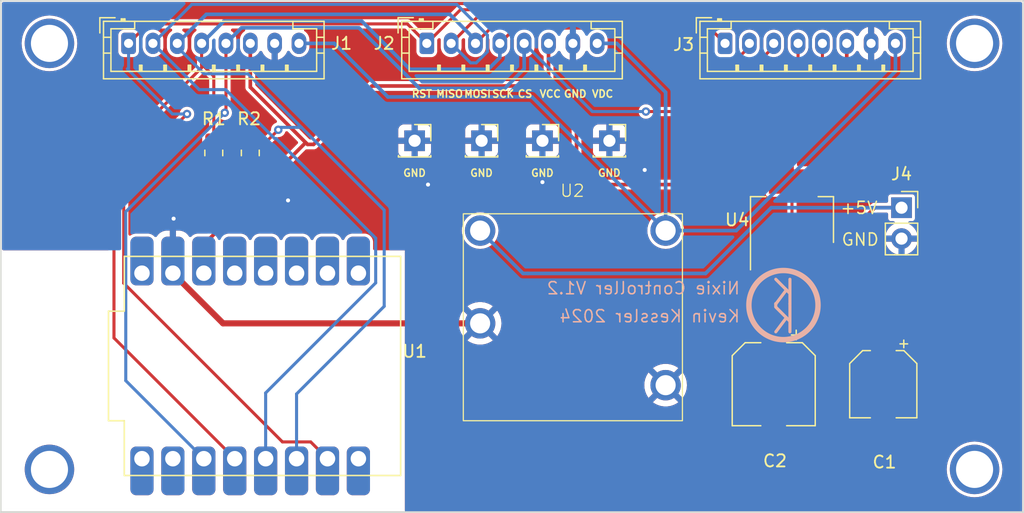
<source format=kicad_pcb>
(kicad_pcb (version 20221018) (generator pcbnew)
  (layers (0 "F.Cu" signal) (31 "B.Cu" signal) (34 "B.Paste" user) (35 "F.Paste" user) (36 "B.SilkS" user "B.Silkscreen") (37 "F.SilkS" user "F.Silkscreen") (38 "B.Mask" user) (39 "F.Mask" user) (44 "Edge.Cuts" user))
  (net 0 "")
  (net 1 "+5V")
  (net 2 "VCC")
  (net 3 "/RESET")
  (net 4 "/MISO")
  (net 5 "/MOSI")
  (net 6 "/SCK")
  (net 7 "/CS")
  (net 8 "+VDC")
  (net 9 "GND")
  (footprint "Connector_JST:JST_PH_B8B-PH-K_1x08_P2.00mm_Vertical" (layer "F.Cu") (at 122 65.5)
    (fp_text reference "J2" (at -3.5 0) (layer "F.SilkS"))
    (fp_text value "CONN_2")
    (fp_line (start -2.36 -2.11) (end -2.36 -0.86) (stroke (width 0.12)) (layer "F.SilkS"))
    (fp_line (start -2.06 -1.81) (end -2.06 2.91) (stroke (width 0.12)) (layer "F.SilkS"))
    (fp_line (start -2.06 -0.5) (end -1.45 -0.5) (stroke (width 0.12)) (layer "F.SilkS"))
    (fp_line (start -2.06 0.8) (end -1.45 0.8) (stroke (width 0.12)) (layer "F.SilkS"))
    (fp_line (start -2.06 2.91) (end 16.06 2.91) (stroke (width 0.12)) (layer "F.SilkS"))
    (fp_line (start -1.45 -1.2) (end -1.45 2.3) (stroke (width 0.12)) (layer "F.SilkS"))
    (fp_line (start -1.45 2.3) (end 15.45 2.3) (stroke (width 0.12)) (layer "F.SilkS"))
    (fp_line (start -1.11 -2.11) (end -2.36 -2.11) (stroke (width 0.12)) (layer "F.SilkS"))
    (fp_line (start -0.6 -2.01) (end -0.6 -1.81) (stroke (width 0.12)) (layer "F.SilkS"))
    (fp_line (start -0.3 -2.01) (end -0.6 -2.01) (stroke (width 0.12)) (layer "F.SilkS"))
    (fp_line (start -0.3 -1.91) (end -0.6 -1.91) (stroke (width 0.12)) (layer "F.SilkS"))
    (fp_line (start -0.3 -1.81) (end -0.3 -2.01) (stroke (width 0.12)) (layer "F.SilkS"))
    (fp_line (start 0.5 -1.81) (end 0.5 -1.2) (stroke (width 0.12)) (layer "F.SilkS"))
    (fp_line (start 0.5 -1.2) (end -1.45 -1.2) (stroke (width 0.12)) (layer "F.SilkS"))
    (fp_line (start 0.9 1.8) (end 1.1 1.8) (stroke (width 0.12)) (layer "F.SilkS"))
    (fp_line (start 0.9 2.3) (end 0.9 1.8) (stroke (width 0.12)) (layer "F.SilkS"))
    (fp_line (start 1 2.3) (end 1 1.8) (stroke (width 0.12)) (layer "F.SilkS"))
    (fp_line (start 1.1 1.8) (end 1.1 2.3) (stroke (width 0.12)) (layer "F.SilkS"))
    (fp_line (start 2.9 1.8) (end 3.1 1.8) (stroke (width 0.12)) (layer "F.SilkS"))
    (fp_line (start 2.9 2.3) (end 2.9 1.8) (stroke (width 0.12)) (layer "F.SilkS"))
    (fp_line (start 3 2.3) (end 3 1.8) (stroke (width 0.12)) (layer "F.SilkS"))
    (fp_line (start 3.1 1.8) (end 3.1 2.3) (stroke (width 0.12)) (layer "F.SilkS"))
    (fp_line (start 4.9 1.8) (end 5.1 1.8) (stroke (width 0.12)) (layer "F.SilkS"))
    (fp_line (start 4.9 2.3) (end 4.9 1.8) (stroke (width 0.12)) (layer "F.SilkS"))
    (fp_line (start 5 2.3) (end 5 1.8) (stroke (width 0.12)) (layer "F.SilkS"))
    (fp_line (start 5.1 1.8) (end 5.1 2.3) (stroke (width 0.12)) (layer "F.SilkS"))
    (fp_line (start 6.9 1.8) (end 7.1 1.8) (stroke (width 0.12)) (layer "F.SilkS"))
    (fp_line (start 6.9 2.3) (end 6.9 1.8) (stroke (width 0.12)) (layer "F.SilkS"))
    (fp_line (start 7 2.3) (end 7 1.8) (stroke (width 0.12)) (layer "F.SilkS"))
    (fp_line (start 7.1 1.8) (end 7.1 2.3) (stroke (width 0.12)) (layer "F.SilkS"))
    (fp_line (start 8.9 1.8) (end 9.1 1.8) (stroke (width 0.12)) (layer "F.SilkS"))
    (fp_line (start 8.9 2.3) (end 8.9 1.8) (stroke (width 0.12)) (layer "F.SilkS"))
    (fp_line (start 9 2.3) (end 9 1.8) (stroke (width 0.12)) (layer "F.SilkS"))
    (fp_line (start 9.1 1.8) (end 9.1 2.3) (stroke (width 0.12)) (layer "F.SilkS"))
    (fp_line (start 10.9 1.8) (end 11.1 1.8) (stroke (width 0.12)) (layer "F.SilkS"))
    (fp_line (start 10.9 2.3) (end 10.9 1.8) (stroke (width 0.12)) (layer "F.SilkS"))
    (fp_line (start 11 2.3) (end 11 1.8) (stroke (width 0.12)) (layer "F.SilkS"))
    (fp_line (start 11.1 1.8) (end 11.1 2.3) (stroke (width 0.12)) (layer "F.SilkS"))
    (fp_line (start 12.9 1.8) (end 13.1 1.8) (stroke (width 0.12)) (layer "F.SilkS"))
    (fp_line (start 12.9 2.3) (end 12.9 1.8) (stroke (width 0.12)) (layer "F.SilkS"))
    (fp_line (start 13 2.3) (end 13 1.8) (stroke (width 0.12)) (layer "F.SilkS"))
    (fp_line (start 13.1 1.8) (end 13.1 2.3) (stroke (width 0.12)) (layer "F.SilkS"))
    (fp_line (start 13.5 -1.2) (end 13.5 -1.81) (stroke (width 0.12)) (layer "F.SilkS"))
    (fp_line (start 15.45 -1.2) (end 13.5 -1.2) (stroke (width 0.12)) (layer "F.SilkS"))
    (fp_line (start 15.45 2.3) (end 15.45 -1.2) (stroke (width 0.12)) (layer "F.SilkS"))
    (fp_line (start 16.06 -1.81) (end -2.06 -1.81) (stroke (width 0.12)) (layer "F.SilkS"))
    (fp_line (start 16.06 -0.5) (end 15.45 -0.5) (stroke (width 0.12)) (layer "F.SilkS"))
    (fp_line (start 16.06 0.8) (end 15.45 0.8) (stroke (width 0.12)) (layer "F.SilkS"))
    (fp_line (start 16.06 2.91) (end 16.06 -1.81) (stroke (width 0.12)) (layer "F.SilkS"))
    (pad "1" thru_hole roundrect (at 0 0) (size 1.2 1.75) (drill 0.75) (layers "*.Cu" "*.Mask") (roundrect_rratio 0.2083333333) (net 3 "/RESET"))
    (pad "2" thru_hole oval (at 2 0) (size 1.2 1.75) (drill 0.75) (layers "*.Cu" "*.Mask") (net 4 "/MISO"))
    (pad "3" thru_hole oval (at 4 0) (size 1.2 1.75) (drill 0.75) (layers "*.Cu" "*.Mask") (net 5 "/MOSI"))
    (pad "4" thru_hole oval (at 6 0) (size 1.2 1.75) (drill 0.75) (layers "*.Cu" "*.Mask") (net 6 "/SCK"))
    (pad "5" thru_hole oval (at 8 0) (size 1.2 1.75) (drill 0.75) (layers "*.Cu" "*.Mask") (net 7 "/CS"))
    (pad "6" thru_hole oval (at 10 0) (size 1.2 1.75) (drill 0.75) (layers "*.Cu" "*.Mask") (net 2 "VCC"))
    (pad "7" thru_hole oval (at 12 0) (size 1.2 1.75) (drill 0.75) (layers "*.Cu" "*.Mask") (net 9 "GND"))
    (pad "8" thru_hole oval (at 14 0) (size 1.2 1.75) (drill 0.75) (layers "*.Cu" "*.Mask") (net 8 "+VDC"))
  )
  (footprint "KevinsFootprints:MODULE_ESP32-C3_SUPERMINI" (layer "F.Cu") (at 108.5 92 90)
    (fp_text reference "U1" (at 1.2 12.5 180) (layer "F.SilkS"))
    (fp_text value "ESP32-C3_SUPERMINI")
    (fp_line (start -9 11.35) (end -9 -11.35) (stroke (width 0.127)) (layer "F.SilkS"))
    (fp_line (start -4.5 -12.65) (end -4.5 -11.35) (stroke (width 0.127)) (layer "F.SilkS"))
    (fp_line (start -4.5 -11.35) (end -9 -11.35) (stroke (width 0.127)) (layer "F.SilkS"))
    (fp_line (start 4.5 -12.65) (end -4.5 -12.65) (stroke (width 0.127)) (layer "F.SilkS"))
    (fp_line (start 4.5 -12.65) (end 4.5 -11.35) (stroke (width 0.127)) (layer "F.SilkS"))
    (fp_line (start 9 -11.35) (end 4.5 -11.35) (stroke (width 0.127)) (layer "F.SilkS"))
    (fp_line (start 9 11.35) (end -9 11.35) (stroke (width 0.127)) (layer "F.SilkS"))
    (fp_line (start 9 11.35) (end 9 -11.35) (stroke (width 0.127)) (layer "F.SilkS"))
    (pad "0" thru_hole roundrect (at 7.62 7.88 90) (size 4 1.905) (drill 1.27 (offset 1 0)) (layers "*.Cu" "*.Mask"))
    (pad "1" thru_hole roundrect (at 7.62 5.34 90) (size 4 1.905) (drill 1.27 (offset 1 0)) (layers "*.Cu" "*.Mask"))
    (pad "2" thru_hole roundrect (at 7.62 2.8 90) (size 4 1.905) (drill 1.27 (offset 1 0)) (layers "*.Cu" "*.Mask"))
    (pad "3" thru_hole roundrect (at 7.62 0.26 90) (size 4 1.905) (drill 1.27 (offset 1 0)) (layers "*.Cu" "*.Mask"))
    (pad "3.3" thru_hole roundrect (at 7.62 -4.82 90) (size 4 1.905) (drill 1.27 (offset 1 0)) (layers "*.Cu" "*.Mask") (net 2 "VCC"))
    (pad "4" thru_hole roundrect (at 7.62 -2.28 90) (size 4 1.905) (drill 1.27 (offset 1 0)) (layers "*.Cu" "*.Mask"))
    (pad "5" thru_hole roundrect (at -7.62 -9.9 90) (size 4 1.905) (drill 1.27 (offset -1 0)) (layers "*.Cu" "*.Mask"))
    (pad "5V" thru_hole roundrect (at 7.62 -9.9 90) (size 4 1.905) (drill 1.27 (offset 1 0)) (layers "*.Cu" "*.Mask"))
    (pad "6" thru_hole roundrect (at -7.62 -7.36 90) (size 4 1.905) (drill 1.27 (offset -1 0)) (layers "*.Cu" "*.Mask"))
    (pad "7" thru_hole roundrect (at -7.62 -4.82 90) (size 4 1.905) (drill 1.27 (offset -1 0)) (layers "*.Cu" "*.Mask") (net 7 "/CS"))
    (pad "8" thru_hole roundrect (at -7.62 -2.28 90) (size 4 1.905) (drill 1.27 (offset -1 0)) (layers "*.Cu" "*.Mask") (net 6 "/SCK"))
    (pad "9" thru_hole roundrect (at -7.62 0.26 90) (size 4 1.905) (drill 1.27 (offset -1 0)) (layers "*.Cu" "*.Mask") (net 4 "/MISO"))
    (pad "10" thru_hole roundrect (at -7.62 2.8 90) (size 4 1.905) (drill 1.27 (offset -1 0)) (layers "*.Cu" "*.Mask") (net 5 "/MOSI"))
    (pad "20" thru_hole roundrect (at -7.62 5.34 90) (size 4 1.905) (drill 1.27 (offset -1 0)) (layers "*.Cu" "*.Mask") (net 3 "/RESET"))
    (pad "21" thru_hole roundrect (at -7.62 7.88 90) (size 4 1.905) (drill 1.27 (offset -1 0)) (layers "*.Cu" "*.Mask"))
    (pad "G" thru_hole roundrect (at 7.62 -7.36 90) (size 4 1.905) (drill 1.27 (offset 1 0)) (layers "*.Cu" "*.Mask") (net 9 "GND"))
  )
  (footprint "Connector_PinSocket_2.54mm:PinSocket_1x01_P2.54mm_Vertical" (layer "F.Cu") (at 137 73.5)
    (fp_text reference "J6" hide)
    (fp_text value "Conn_01x01_Pin")
    (fp_line (start -1.33 1.21) (end -1.33 1.33) (stroke (width 0.12)) (layer "F.SilkS"))
    (fp_line (start -1.33 1.33) (end 1.33 1.33) (stroke (width 0.12)) (layer "F.SilkS"))
    (fp_line (start 0 -1.33) (end 1.33 -1.33) (stroke (width 0.12)) (layer "F.SilkS"))
    (fp_line (start 1.33 -1.33) (end 1.33 0) (stroke (width 0.12)) (layer "F.SilkS"))
    (fp_line (start 1.33 1.21) (end 1.33 1.33) (stroke (width 0.12)) (layer "F.SilkS"))
    (pad "1" thru_hole rect (at 0 0) (size 1.7 1.7) (drill 1) (layers "*.Cu" "*.Mask") (net 9 "GND"))
  )
  (footprint "KevinsFootprints:TH-M3" (layer "F.Cu") (at 167 100.5)
    (fp_text reference "MP4" hide)
    (fp_text value "MOUNTHOLE" hide)
    (pad "" np_thru_hole circle (at 0 0) (size 4.064 4.064) (drill 3.048) (layers "*.Cu" "*.Mask"))
  )
  (footprint "Connector_PinSocket_2.54mm:PinSocket_1x01_P2.54mm_Vertical" (layer "F.Cu") (at 121 73.5)
    (fp_text reference "J5" hide)
    (fp_text value "Conn_01x01_Pin")
    (fp_line (start -1.33 1.21) (end -1.33 1.33) (stroke (width 0.12)) (layer "F.SilkS"))
    (fp_line (start -1.33 1.33) (end 1.33 1.33) (stroke (width 0.12)) (layer "F.SilkS"))
    (fp_line (start 0 -1.33) (end 1.33 -1.33) (stroke (width 0.12)) (layer "F.SilkS"))
    (fp_line (start 1.33 -1.33) (end 1.33 0) (stroke (width 0.12)) (layer "F.SilkS"))
    (fp_line (start 1.33 1.21) (end 1.33 1.33) (stroke (width 0.12)) (layer "F.SilkS"))
    (pad "1" thru_hole rect (at 0 0) (size 1.7 1.7) (drill 1) (layers "*.Cu" "*.Mask") (net 9 "GND"))
  )
  (footprint "Package_TO_SOT_SMD:SOT-223-3_TabPin2" (layer "F.Cu") (at 152 80 90)
    (fp_text reference "U4" (at 0 -4.5 180) (layer "F.SilkS"))
    (fp_text value "AMS1117-3.3")
    (fp_line (start -4.1 -3.41) (end 1.91 -3.41) (stroke (width 0.12)) (layer "F.SilkS"))
    (fp_line (start -1.85 3.41) (end 1.91 3.41) (stroke (width 0.12)) (layer "F.SilkS"))
    (fp_line (start 1.91 -3.41) (end 1.91 -2.15) (stroke (width 0.12)) (layer "F.SilkS"))
    (fp_line (start 1.91 3.41) (end 1.91 2.15) (stroke (width 0.12)) (layer "F.SilkS"))
    (pad "1" smd rect (at -3.15 -2.3 90) (size 2 1.5) (layers "F.Cu" "F.Paste" "F.Mask") (net 9 "GND"))
    (pad "2" smd rect (at -3.15 0 90) (size 2 1.5) (layers "F.Cu" "F.Paste" "F.Mask") (net 2 "VCC"))
    (pad "2" smd rect (at 3.15 0 90) (size 2 3.8) (layers "F.Cu" "F.Paste" "F.Mask") (net 2 "VCC"))
    (pad "3" smd rect (at -3.15 2.3 90) (size 2 1.5) (layers "F.Cu" "F.Paste" "F.Mask") (net 1 "+5V"))
  )
  (footprint "KevinsFootprints:TH-M3" (layer "F.Cu") (at 167 65.5)
    (fp_text reference "MP2" hide)
    (fp_text value "MOUNTHOLE" hide)
    (pad "" np_thru_hole circle (at 0 0) (size 4.064 4.064) (drill 3.048) (layers "*.Cu" "*.Mask"))
  )
  (footprint "Resistor_SMD:R_0805_2012Metric_Pad1.20x1.40mm_HandSolder" (layer "F.Cu") (at 104.5 74.5 90)
    (fp_text reference "R1" (at 2.8 0 180) (layer "F.SilkS"))
    (fp_text value "4.7K")
    (fp_line (start -0.227064 -0.735) (end 0.227064 -0.735) (stroke (width 0.12)) (layer "F.SilkS"))
    (fp_line (start -0.227064 0.735) (end 0.227064 0.735) (stroke (width 0.12)) (layer "F.SilkS"))
    (pad "1" smd roundrect (at -1 0 90) (size 1.2 1.4) (layers "F.Cu" "F.Paste" "F.Mask") (roundrect_rratio 0.2083333333) (net 2 "VCC"))
    (pad "2" smd roundrect (at 1 0 90) (size 1.2 1.4) (layers "F.Cu" "F.Paste" "F.Mask") (roundrect_rratio 0.2083333333) (net 6 "/SCK"))
  )
  (footprint "Capacitor_SMD:CP_Elec_5x5.3" (layer "F.Cu") (at 159.5 93.5 -90)
    (fp_text reference "C1" (at 6.4 -0.1 -180) (layer "F.SilkS"))
    (fp_text value "10u")
    (fp_line (start -3.625 -1.685) (end -3 -1.685) (stroke (width 0.12)) (layer "F.SilkS"))
    (fp_line (start -3.3125 -1.9975) (end -3.3125 -1.3725) (stroke (width 0.12)) (layer "F.SilkS"))
    (fp_line (start -2.76 -1.695563) (end -2.76 -1.06) (stroke (width 0.12)) (layer "F.SilkS"))
    (fp_line (start -2.76 -1.695563) (end -1.695563 -2.76) (stroke (width 0.12)) (layer "F.SilkS"))
    (fp_line (start -2.76 1.695563) (end -2.76 1.06) (stroke (width 0.12)) (layer "F.SilkS"))
    (fp_line (start -2.76 1.695563) (end -1.695563 2.76) (stroke (width 0.12)) (layer "F.SilkS"))
    (fp_line (start -1.695563 -2.76) (end 2.76 -2.76) (stroke (width 0.12)) (layer "F.SilkS"))
    (fp_line (start -1.695563 2.76) (end 2.76 2.76) (stroke (width 0.12)) (layer "F.SilkS"))
    (fp_line (start 2.76 -2.76) (end 2.76 -1.06) (stroke (width 0.12)) (layer "F.SilkS"))
    (fp_line (start 2.76 2.76) (end 2.76 1.06) (stroke (width 0.12)) (layer "F.SilkS"))
    (pad "1" smd roundrect (at -2.2 0 270) (size 3 1.6) (layers "F.Cu" "F.Paste" "F.Mask") (roundrect_rratio 0.15625) (net 1 "+5V"))
    (pad "2" smd roundrect (at 2.2 0 270) (size 3 1.6) (layers "F.Cu" "F.Paste" "F.Mask") (roundrect_rratio 0.15625) (net 9 "GND"))
  )
  (footprint "Connector_JST:JST_PH_B8B-PH-K_1x08_P2.00mm_Vertical" (layer "F.Cu") (at 97.5 65.5)
    (fp_text reference "J1" (at 17.5 0) (layer "F.SilkS"))
    (fp_text value "CONN_1")
    (fp_line (start -2.36 -2.11) (end -2.36 -0.86) (stroke (width 0.12)) (layer "F.SilkS"))
    (fp_line (start -2.06 -1.81) (end -2.06 2.91) (stroke (width 0.12)) (layer "F.SilkS"))
    (fp_line (start -2.06 -0.5) (end -1.45 -0.5) (stroke (width 0.12)) (layer "F.SilkS"))
    (fp_line (start -2.06 0.8) (end -1.45 0.8) (stroke (width 0.12)) (layer "F.SilkS"))
    (fp_line (start -2.06 2.91) (end 16.06 2.91) (stroke (width 0.12)) (layer "F.SilkS"))
    (fp_line (start -1.45 -1.2) (end -1.45 2.3) (stroke (width 0.12)) (layer "F.SilkS"))
    (fp_line (start -1.45 2.3) (end 15.45 2.3) (stroke (width 0.12)) (layer "F.SilkS"))
    (fp_line (start -1.11 -2.11) (end -2.36 -2.11) (stroke (width 0.12)) (layer "F.SilkS"))
    (fp_line (start -0.6 -2.01) (end -0.6 -1.81) (stroke (width 0.12)) (layer "F.SilkS"))
    (fp_line (start -0.3 -2.01) (end -0.6 -2.01) (stroke (width 0.12)) (layer "F.SilkS"))
    (fp_line (start -0.3 -1.91) (end -0.6 -1.91) (stroke (width 0.12)) (layer "F.SilkS"))
    (fp_line (start -0.3 -1.81) (end -0.3 -2.01) (stroke (width 0.12)) (layer "F.SilkS"))
    (fp_line (start 0.5 -1.81) (end 0.5 -1.2) (stroke (width 0.12)) (layer "F.SilkS"))
    (fp_line (start 0.5 -1.2) (end -1.45 -1.2) (stroke (width 0.12)) (layer "F.SilkS"))
    (fp_line (start 0.9 1.8) (end 1.1 1.8) (stroke (width 0.12)) (layer "F.SilkS"))
    (fp_line (start 0.9 2.3) (end 0.9 1.8) (stroke (width 0.12)) (layer "F.SilkS"))
    (fp_line (start 1 2.3) (end 1 1.8) (stroke (width 0.12)) (layer "F.SilkS"))
    (fp_line (start 1.1 1.8) (end 1.1 2.3) (stroke (width 0.12)) (layer "F.SilkS"))
    (fp_line (start 2.9 1.8) (end 3.1 1.8) (stroke (width 0.12)) (layer "F.SilkS"))
    (fp_line (start 2.9 2.3) (end 2.9 1.8) (stroke (width 0.12)) (layer "F.SilkS"))
    (fp_line (start 3 2.3) (end 3 1.8) (stroke (width 0.12)) (layer "F.SilkS"))
    (fp_line (start 3.1 1.8) (end 3.1 2.3) (stroke (width 0.12)) (layer "F.SilkS"))
    (fp_line (start 4.9 1.8) (end 5.1 1.8) (stroke (width 0.12)) (layer "F.SilkS"))
    (fp_line (start 4.9 2.3) (end 4.9 1.8) (stroke (width 0.12)) (layer "F.SilkS"))
    (fp_line (start 5 2.3) (end 5 1.8) (stroke (width 0.12)) (layer "F.SilkS"))
    (fp_line (start 5.1 1.8) (end 5.1 2.3) (stroke (width 0.12)) (layer "F.SilkS"))
    (fp_line (start 6.9 1.8) (end 7.1 1.8) (stroke (width 0.12)) (layer "F.SilkS"))
    (fp_line (start 6.9 2.3) (end 6.9 1.8) (stroke (width 0.12)) (layer "F.SilkS"))
    (fp_line (start 7 2.3) (end 7 1.8) (stroke (width 0.12)) (layer "F.SilkS"))
    (fp_line (start 7.1 1.8) (end 7.1 2.3) (stroke (width 0.12)) (layer "F.SilkS"))
    (fp_line (start 8.9 1.8) (end 9.1 1.8) (stroke (width 0.12)) (layer "F.SilkS"))
    (fp_line (start 8.9 2.3) (end 8.9 1.8) (stroke (width 0.12)) (layer "F.SilkS"))
    (fp_line (start 9 2.3) (end 9 1.8) (stroke (width 0.12)) (layer "F.SilkS"))
    (fp_line (start 9.1 1.8) (end 9.1 2.3) (stroke (width 0.12)) (layer "F.SilkS"))
    (fp_line (start 10.9 1.8) (end 11.1 1.8) (stroke (width 0.12)) (layer "F.SilkS"))
    (fp_line (start 10.9 2.3) (end 10.9 1.8) (stroke (width 0.12)) (layer "F.SilkS"))
    (fp_line (start 11 2.3) (end 11 1.8) (stroke (width 0.12)) (layer "F.SilkS"))
    (fp_line (start 11.1 1.8) (end 11.1 2.3) (stroke (width 0.12)) (layer "F.SilkS"))
    (fp_line (start 12.9 1.8) (end 13.1 1.8) (stroke (width 0.12)) (layer "F.SilkS"))
    (fp_line (start 12.9 2.3) (end 12.9 1.8) (stroke (width 0.12)) (layer "F.SilkS"))
    (fp_line (start 13 2.3) (end 13 1.8) (stroke (width 0.12)) (layer "F.SilkS"))
    (fp_line (start 13.1 1.8) (end 13.1 2.3) (stroke (width 0.12)) (layer "F.SilkS"))
    (fp_line (start 13.5 -1.2) (end 13.5 -1.81) (stroke (width 0.12)) (layer "F.SilkS"))
    (fp_line (start 15.45 -1.2) (end 13.5 -1.2) (stroke (width 0.12)) (layer "F.SilkS"))
    (fp_line (start 15.45 2.3) (end 15.45 -1.2) (stroke (width 0.12)) (layer "F.SilkS"))
    (fp_line (start 16.06 -1.81) (end -2.06 -1.81) (stroke (width 0.12)) (layer "F.SilkS"))
    (fp_line (start 16.06 -0.5) (end 15.45 -0.5) (stroke (width 0.12)) (layer "F.SilkS"))
    (fp_line (start 16.06 0.8) (end 15.45 0.8) (stroke (width 0.12)) (layer "F.SilkS"))
    (fp_line (start 16.06 2.91) (end 16.06 -1.81) (stroke (width 0.12)) (layer "F.SilkS"))
    (pad "1" thru_hole roundrect (at 0 0) (size 1.2 1.75) (drill 0.75) (layers "*.Cu" "*.Mask") (roundrect_rratio 0.2083333333) (net 3 "/RESET"))
    (pad "2" thru_hole oval (at 2 0) (size 1.2 1.75) (drill 0.75) (layers "*.Cu" "*.Mask") (net 4 "/MISO"))
    (pad "3" thru_hole oval (at 4 0) (size 1.2 1.75) (drill 0.75) (layers "*.Cu" "*.Mask") (net 5 "/MOSI"))
    (pad "4" thru_hole oval (at 6 0) (size 1.2 1.75) (drill 0.75) (layers "*.Cu" "*.Mask") (net 6 "/SCK"))
    (pad "5" thru_hole oval (at 8 0) (size 1.2 1.75) (drill 0.75) (layers "*.Cu" "*.Mask") (net 7 "/CS"))
    (pad "6" thru_hole oval (at 10 0) (size 1.2 1.75) (drill 0.75) (layers "*.Cu" "*.Mask") (net 2 "VCC"))
    (pad "7" thru_hole oval (at 12 0) (size 1.2 1.75) (drill 0.75) (layers "*.Cu" "*.Mask") (net 9 "GND"))
    (pad "8" thru_hole oval (at 14 0) (size 1.2 1.75) (drill 0.75) (layers "*.Cu" "*.Mask") (net 8 "+VDC"))
  )
  (footprint "Connector_PinSocket_2.54mm:PinSocket_1x02_P2.54mm_Vertical" (layer "F.Cu") (at 161 79)
    (fp_text reference "J4" (at 0 -2.77) (layer "F.SilkS"))
    (fp_text value "PWR")
    (fp_line (start -1.33 1.27) (end -1.33 3.87) (stroke (width 0.12)) (layer "F.SilkS"))
    (fp_line (start -1.33 1.27) (end 1.33 1.27) (stroke (width 0.12)) (layer "F.SilkS"))
    (fp_line (start -1.33 3.87) (end 1.33 3.87) (stroke (width 0.12)) (layer "F.SilkS"))
    (fp_line (start 0 -1.33) (end 1.33 -1.33) (stroke (width 0.12)) (layer "F.SilkS"))
    (fp_line (start 1.33 -1.33) (end 1.33 0) (stroke (width 0.12)) (layer "F.SilkS"))
    (fp_line (start 1.33 1.27) (end 1.33 3.87) (stroke (width 0.12)) (layer "F.SilkS"))
    (pad "1" thru_hole rect (at 0 0) (size 1.7 1.7) (drill 1) (layers "*.Cu" "*.Mask") (net 1 "+5V"))
    (pad "2" thru_hole oval (at 0 2.54) (size 1.7 1.7) (drill 1) (layers "*.Cu" "*.Mask") (net 9 "GND"))
  )
  (footprint "KevinsFootprints:LogoBack" (layer "F.Cu") (at 151.3 87)
    (fp_text reference "REF**" hide)
    (fp_text value "LogoBack" hide)
    (fp_text user "K" (at 0 -1.016) (layer "B.SilkS") (effects (font (size 2.032 2.032) (thickness 0.254)) (justify mirror)))
    (fp_text user "K" (at 0 1.27) (layer "B.SilkS") (effects (font (size 2.032 2.032) (thickness 0.254)) (justify mirror)))
    (fp_line (start -0.635 -0.127) (end -0.635 0.127) (stroke (width 0.254)) (layer "B.SilkS"))
    (fp_line (start 0.531 -0.127) (end 0.531 0.127) (stroke (width 0.254)) (layer "B.SilkS"))
    (fp_circle (center 0 0) (end 2.54 -1.27) (stroke (width 0.4445)) (fill none) (layer "B.SilkS"))
  )
  (footprint "Connector_PinSocket_2.54mm:PinSocket_1x01_P2.54mm_Vertical" (layer "F.Cu") (at 126.5 73.5)
    (fp_text reference "J8" hide)
    (fp_text value "Conn_01x01_Pin")
    (fp_line (start -1.33 1.21) (end -1.33 1.33) (stroke (width 0.12)) (layer "F.SilkS"))
    (fp_line (start -1.33 1.33) (end 1.33 1.33) (stroke (width 0.12)) (layer "F.SilkS"))
    (fp_line (start 0 -1.33) (end 1.33 -1.33) (stroke (width 0.12)) (layer "F.SilkS"))
    (fp_line (start 1.33 -1.33) (end 1.33 0) (stroke (width 0.12)) (layer "F.SilkS"))
    (fp_line (start 1.33 1.21) (end 1.33 1.33) (stroke (width 0.12)) (layer "F.SilkS"))
    (pad "1" thru_hole rect (at 0 0) (size 1.7 1.7) (drill 1) (layers "*.Cu" "*.Mask") (net 9 "GND"))
  )
  (footprint "KevinsFootprints:NCH8200HV" (layer "F.Cu") (at 134 88)
    (fp_text reference "U2" (at -0.04 -10.39 unlocked) (layer "F.SilkS") (effects (font (thickness 0.1))))
    (fp_text value "NCH8200HV")
    (fp_rect (start -9 -8.5) (end 9 8.5) (stroke (width 0.1)) (fill none) (layer "F.SilkS"))
    (pad "1" thru_hole circle (at -7.62 -7.12) (size 2.5 2.5) (drill 1.65) (layers "*.Cu" "*.Mask") (net 1 "+5V"))
    (pad "2" thru_hole circle (at -7.62 0.5) (size 2.5 2.5) (drill 1.65) (layers "*.Cu" "*.Mask") (net 9 "GND"))
    (pad "3" thru_hole circle (at 7.62 -7.12) (size 2.5 2.5) (drill 1.65) (layers "*.Cu" "*.Mask") (net 8 "+VDC"))
    (pad "4" thru_hole circle (at 7.62 5.58) (size 2.5 2.5) (drill 1.65) (layers "*.Cu" "*.Mask") (net 9 "GND"))
  )
  (footprint "Resistor_SMD:R_0805_2012Metric_Pad1.20x1.40mm_HandSolder" (layer "F.Cu") (at 107.5 74.5 90)
    (fp_text reference "R2" (at 2.8 -0.1 180) (layer "F.SilkS"))
    (fp_text value "4.7K")
    (fp_line (start -0.227064 -0.735) (end 0.227064 -0.735) (stroke (width 0.12)) (layer "F.SilkS"))
    (fp_line (start -0.227064 0.735) (end 0.227064 0.735) (stroke (width 0.12)) (layer "F.SilkS"))
    (pad "1" smd roundrect (at -1 0 90) (size 1.2 1.4) (layers "F.Cu" "F.Paste" "F.Mask") (roundrect_rratio 0.2083333333) (net 2 "VCC"))
    (pad "2" smd roundrect (at 1 0 90) (size 1.2 1.4) (layers "F.Cu" "F.Paste" "F.Mask") (roundrect_rratio 0.2083333333) (net 5 "/MOSI"))
  )
  (footprint "KevinsFootprints:TH-M3" (layer "F.Cu") (at 91 65.5)
    (fp_text reference "MP1" hide)
    (fp_text value "MOUNTHOLE" hide)
    (pad "" np_thru_hole circle (at 0 0) (size 4.064 4.064) (drill 3.048) (layers "*.Cu" "*.Mask"))
  )
  (footprint "Capacitor_SMD:CP_Elec_6.3x7.7" (layer "F.Cu") (at 150.5 93.5 -90)
    (fp_text reference "C2" (at 6.3 -0.1 -180) (layer "F.SilkS"))
    (fp_text value "22u")
    (fp_line (start -4.4375 -1.8475) (end -3.65 -1.8475) (stroke (width 0.12)) (layer "F.SilkS"))
    (fp_line (start -4.04375 -2.24125) (end -4.04375 -1.45375) (stroke (width 0.12)) (layer "F.SilkS"))
    (fp_line (start -3.41 -2.345563) (end -3.41 -1.06) (stroke (width 0.12)) (layer "F.SilkS"))
    (fp_line (start -3.41 -2.345563) (end -2.345563 -3.41) (stroke (width 0.12)) (layer "F.SilkS"))
    (fp_line (start -3.41 2.345563) (end -3.41 1.06) (stroke (width 0.12)) (layer "F.SilkS"))
    (fp_line (start -3.41 2.345563) (end -2.345563 3.41) (stroke (width 0.12)) (layer "F.SilkS"))
    (fp_line (start -2.345563 -3.41) (end 3.41 -3.41) (stroke (width 0.12)) (layer "F.SilkS"))
    (fp_line (start -2.345563 3.41) (end 3.41 3.41) (stroke (width 0.12)) (layer "F.SilkS"))
    (fp_line (start 3.41 -3.41) (end 3.41 -1.06) (stroke (width 0.12)) (layer "F.SilkS"))
    (fp_line (start 3.41 3.41) (end 3.41 1.06) (stroke (width 0.12)) (layer "F.SilkS"))
    (pad "1" smd roundrect (at -2.7 0 270) (size 3.5 1.6) (layers "F.Cu" "F.Paste" "F.Mask") (roundrect_rratio 0.15625) (net 2 "VCC"))
    (pad "2" smd roundrect (at 2.7 0 270) (size 3.5 1.6) (layers "F.Cu" "F.Paste" "F.Mask") (roundrect_rratio 0.15625) (net 9 "GND"))
  )
  (footprint "Connector_PinSocket_2.54mm:PinSocket_1x01_P2.54mm_Vertical" (layer "F.Cu") (at 131.5 73.5)
    (fp_text reference "J7" hide)
    (fp_text value "Conn_01x01_Pin")
    (fp_line (start -1.33 1.21) (end -1.33 1.33) (stroke (width 0.12)) (layer "F.SilkS"))
    (fp_line (start -1.33 1.33) (end 1.33 1.33) (stroke (width 0.12)) (layer "F.SilkS"))
    (fp_line (start 0 -1.33) (end 1.33 -1.33) (stroke (width 0.12)) (layer "F.SilkS"))
    (fp_line (start 1.33 -1.33) (end 1.33 0) (stroke (width 0.12)) (layer "F.SilkS"))
    (fp_line (start 1.33 1.21) (end 1.33 1.33) (stroke (width 0.12)) (layer "F.SilkS"))
    (pad "1" thru_hole rect (at 0 0) (size 1.7 1.7) (drill 1) (layers "*.Cu" "*.Mask") (net 9 "GND"))
  )
  (footprint "Connector_JST:JST_PH_B8B-PH-K_1x08_P2.00mm_Vertical" (layer "F.Cu") (at 146.5 65.5)
    (fp_text reference "J3" (at -3.4 0.1) (layer "F.SilkS"))
    (fp_text value "CONN_3")
    (fp_line (start -2.36 -2.11) (end -2.36 -0.86) (stroke (width 0.12)) (layer "F.SilkS"))
    (fp_line (start -2.06 -1.81) (end -2.06 2.91) (stroke (width 0.12)) (layer "F.SilkS"))
    (fp_line (start -2.06 -0.5) (end -1.45 -0.5) (stroke (width 0.12)) (layer "F.SilkS"))
    (fp_line (start -2.06 0.8) (end -1.45 0.8) (stroke (width 0.12)) (layer "F.SilkS"))
    (fp_line (start -2.06 2.91) (end 16.06 2.91) (stroke (width 0.12)) (layer "F.SilkS"))
    (fp_line (start -1.45 -1.2) (end -1.45 2.3) (stroke (width 0.12)) (layer "F.SilkS"))
    (fp_line (start -1.45 2.3) (end 15.45 2.3) (stroke (width 0.12)) (layer "F.SilkS"))
    (fp_line (start -1.11 -2.11) (end -2.36 -2.11) (stroke (width 0.12)) (layer "F.SilkS"))
    (fp_line (start -0.6 -2.01) (end -0.6 -1.81) (stroke (width 0.12)) (layer "F.SilkS"))
    (fp_line (start -0.3 -2.01) (end -0.6 -2.01) (stroke (width 0.12)) (layer "F.SilkS"))
    (fp_line (start -0.3 -1.91) (end -0.6 -1.91) (stroke (width 0.12)) (layer "F.SilkS"))
    (fp_line (start -0.3 -1.81) (end -0.3 -2.01) (stroke (width 0.12)) (layer "F.SilkS"))
    (fp_line (start 0.5 -1.81) (end 0.5 -1.2) (stroke (width 0.12)) (layer "F.SilkS"))
    (fp_line (start 0.5 -1.2) (end -1.45 -1.2) (stroke (width 0.12)) (layer "F.SilkS"))
    (fp_line (start 0.9 1.8) (end 1.1 1.8) (stroke (width 0.12)) (layer "F.SilkS"))
    (fp_line (start 0.9 2.3) (end 0.9 1.8) (stroke (width 0.12)) (layer "F.SilkS"))
    (fp_line (start 1 2.3) (end 1 1.8) (stroke (width 0.12)) (layer "F.SilkS"))
    (fp_line (start 1.1 1.8) (end 1.1 2.3) (stroke (width 0.12)) (layer "F.SilkS"))
    (fp_line (start 2.9 1.8) (end 3.1 1.8) (stroke (width 0.12)) (layer "F.SilkS"))
    (fp_line (start 2.9 2.3) (end 2.9 1.8) (stroke (width 0.12)) (layer "F.SilkS"))
    (fp_line (start 3 2.3) (end 3 1.8) (stroke (width 0.12)) (layer "F.SilkS"))
    (fp_line (start 3.1 1.8) (end 3.1 2.3) (stroke (width 0.12)) (layer "F.SilkS"))
    (fp_line (start 4.9 1.8) (end 5.1 1.8) (stroke (width 0.12)) (layer "F.SilkS"))
    (fp_line (start 4.9 2.3) (end 4.9 1.8) (stroke (width 0.12)) (layer "F.SilkS"))
    (fp_line (start 5 2.3) (end 5 1.8) (stroke (width 0.12)) (layer "F.SilkS"))
    (fp_line (start 5.1 1.8) (end 5.1 2.3) (stroke (width 0.12)) (layer "F.SilkS"))
    (fp_line (start 6.9 1.8) (end 7.1 1.8) (stroke (width 0.12)) (layer "F.SilkS"))
    (fp_line (start 6.9 2.3) (end 6.9 1.8) (stroke (width 0.12)) (layer "F.SilkS"))
    (fp_line (start 7 2.3) (end 7 1.8) (stroke (width 0.12)) (layer "F.SilkS"))
    (fp_line (start 7.1 1.8) (end 7.1 2.3) (stroke (width 0.12)) (layer "F.SilkS"))
    (fp_line (start 8.9 1.8) (end 9.1 1.8) (stroke (width 0.12)) (layer "F.SilkS"))
    (fp_line (start 8.9 2.3) (end 8.9 1.8) (stroke (width 0.12)) (layer "F.SilkS"))
    (fp_line (start 9 2.3) (end 9 1.8) (stroke (width 0.12)) (layer "F.SilkS"))
    (fp_line (start 9.1 1.8) (end 9.1 2.3) (stroke (width 0.12)) (layer "F.SilkS"))
    (fp_line (start 10.9 1.8) (end 11.1 1.8) (stroke (width 0.12)) (layer "F.SilkS"))
    (fp_line (start 10.9 2.3) (end 10.9 1.8) (stroke (width 0.12)) (layer "F.SilkS"))
    (fp_line (start 11 2.3) (end 11 1.8) (stroke (width 0.12)) (layer "F.SilkS"))
    (fp_line (start 11.1 1.8) (end 11.1 2.3) (stroke (width 0.12)) (layer "F.SilkS"))
    (fp_line (start 12.9 1.8) (end 13.1 1.8) (stroke (width 0.12)) (layer "F.SilkS"))
    (fp_line (start 12.9 2.3) (end 12.9 1.8) (stroke (width 0.12)) (layer "F.SilkS"))
    (fp_line (start 13 2.3) (end 13 1.8) (stroke (width 0.12)) (layer "F.SilkS"))
    (fp_line (start 13.1 1.8) (end 13.1 2.3) (stroke (width 0.12)) (layer "F.SilkS"))
    (fp_line (start 13.5 -1.2) (end 13.5 -1.81) (stroke (width 0.12)) (layer "F.SilkS"))
    (fp_line (start 15.45 -1.2) (end 13.5 -1.2) (stroke (width 0.12)) (layer "F.SilkS"))
    (fp_line (start 15.45 2.3) (end 15.45 -1.2) (stroke (width 0.12)) (layer "F.SilkS"))
    (fp_line (start 16.06 -1.81) (end -2.06 -1.81) (stroke (width 0.12)) (layer "F.SilkS"))
    (fp_line (start 16.06 -0.5) (end 15.45 -0.5) (stroke (width 0.12)) (layer "F.SilkS"))
    (fp_line (start 16.06 0.8) (end 15.45 0.8) (stroke (width 0.12)) (layer "F.SilkS"))
    (fp_line (start 16.06 2.91) (end 16.06 -1.81) (stroke (width 0.12)) (layer "F.SilkS"))
    (pad "1" thru_hole roundrect (at 0 0) (size 1.2 1.75) (drill 0.75) (layers "*.Cu" "*.Mask") (roundrect_rratio 0.2083333333) (net 3 "/RESET"))
    (pad "2" thru_hole oval (at 2 0) (size 1.2 1.75) (drill 0.75) (layers "*.Cu" "*.Mask") (net 4 "/MISO"))
    (pad "3" thru_hole oval (at 4 0) (size 1.2 1.75) (drill 0.75) (layers "*.Cu" "*.Mask") (net 5 "/MOSI"))
    (pad "4" thru_hole oval (at 6 0) (size 1.2 1.75) (drill 0.75) (layers "*.Cu" "*.Mask") (net 6 "/SCK"))
    (pad "5" thru_hole oval (at 8 0) (size 1.2 1.75) (drill 0.75) (layers "*.Cu" "*.Mask") (net 7 "/CS"))
    (pad "6" thru_hole oval (at 10 0) (size 1.2 1.75) (drill 0.75) (layers "*.Cu" "*.Mask") (net 2 "VCC"))
    (pad "7" thru_hole oval (at 12 0) (size 1.2 1.75) (drill 0.75) (layers "*.Cu" "*.Mask") (net 9 "GND"))
    (pad "8" thru_hole oval (at 14 0) (size 1.2 1.75) (drill 0.75) (layers "*.Cu" "*.Mask") (net 8 "+VDC"))
  )
  (footprint "KevinsFootprints:TH-M3" (layer "F.Cu") (at 91 100.5)
    (fp_text reference "MP3" hide)
    (fp_text value "MOUNTHOLE" hide)
    (pad "" np_thru_hole circle (at 0 0) (size 4.064 4.064) (drill 3.048) (layers "*.Cu" "*.Mask"))
  )
  (gr_line (start 87 62) (end 171 62) (stroke (width 0.127)) (layer "Edge.Cuts"))
  (gr_line (start 87 104) (end 87 62) (stroke (width 0.127)) (layer "Edge.Cuts"))
  (gr_line (start 171 62) (end 171 104) (stroke (width 0.127)) (layer "Edge.Cuts"))
  (gr_line (start 171 104) (end 87 104) (stroke (width 0.127)) (layer "Edge.Cuts"))
  (gr_text "Nixie Controller V1.2" (at 147.8 86.2) (layer "B.SilkS") (effects (font (size 1 1) (thickness 0.127) bold) (justify left bottom mirror)))
  (gr_text "Kevin Kessler 2024" (at 147.8 88.5) (layer "B.SilkS") (effects (font (size 1 1) (thickness 0.127) bold) (justify left bottom mirror)))
  (gr_text "MOSI" (at 125 70) (layer "F.SilkS") (effects (font (size 0.6 0.6) (thickness 0.127) bold) (justify left bottom)))
  (gr_text "MISO" (at 122.7 70) (layer "F.SilkS") (effects (font (size 0.6 0.6) (thickness 0.127) bold) (justify left bottom)))
  (gr_text "VCC" (at 131.2 70) (layer "F.SilkS") (effects (font (size 0.6 0.6) (thickness 0.127) bold) (justify left bottom)))
  (gr_text "GND" (at 136 76.5) (layer "F.SilkS") (effects (font (size 0.6 0.6) (thickness 0.12) bold) (justify left bottom)))
  (gr_text "GND" (at 156 82.2) (layer "F.SilkS") (effects (font (size 1 1) (thickness 0.127) bold) (justify left bottom)))
  (gr_text "GND" (at 133.2 70) (layer "F.SilkS") (effects (font (size 0.6 0.6) (thickness 0.127) bold) (justify left bottom)))
  (gr_text "SCK" (at 127.3 70) (layer "F.SilkS") (effects (font (size 0.6 0.6) (thickness 0.127) bold) (justify left bottom)))
  (gr_text "RST" (at 120.7 70) (layer "F.SilkS") (effects (font (size 0.6 0.6) (thickness 0.127) bold) (justify left bottom)))
  (gr_text "GND" (at 125.5 76.5) (layer "F.SilkS") (effects (font (size 0.6 0.6) (thickness 0.12) bold) (justify left bottom)))
  (gr_text "GND" (at 130.5 76.5) (layer "F.SilkS") (effects (font (size 0.6 0.6) (thickness 0.12) bold) (justify left bottom)))
  (gr_text "CS" (at 129.4 70) (layer "F.SilkS") (effects (font (size 0.6 0.6) (thickness 0.127) bold) (justify left bottom)))
  (gr_text "VDC" (at 135.5 70) (layer "F.SilkS") (effects (font (size 0.6 0.6) (thickness 0.127) bold) (justify left bottom)))
  (gr_text "GND" (at 120 76.5) (layer "F.SilkS") (effects (font (size 0.6 0.6) (thickness 0.12) bold) (justify left bottom)))
  (gr_text "+5V" (at 155.9 79.6) (layer "F.SilkS") (effects (font (size 1 1) (thickness 0.127) bold) (justify left bottom)))
  (segment (start 155.75 83.15) (end 159.5 86.9) (width 0.3) (layer "F.Cu") (net 1))
  (segment (start 159.5 86.9) (end 159.5 91.3) (width 0.3) (layer "F.Cu") (net 1))
  (segment (start 155.85 83.15) (end 154.3 83.15) (width 0.3) (layer "F.Cu") (net 1))
  (segment (start 157 80.8) (end 157 82) (width 0.3) (layer "F.Cu") (net 1))
  (segment (start 154.3 83.15) (end 155.75 83.15) (width 0.3) (layer "F.Cu") (net 1))
  (segment (start 158.8 79) (end 157 80.8) (width 0.3) (layer "F.Cu") (net 1))
  (segment (start 157 82) (end 155.85 83.15) (width 0.3) (layer "F.Cu") (net 1))
  (segment (start 161 79) (end 158.8 79) (width 0.3) (layer "F.Cu") (net 1))
  (segment (start 150.3 79) (end 144.9 84.4) (width 0.3) (layer "B.Cu") (net 1))
  (segment (start 161 79) (end 150.3 79) (width 0.3) (layer "B.Cu") (net 1))
  (segment (start 129.9 84.4) (end 130.3 84.4) (width 0.3) (layer "B.Cu") (net 1))
  (segment (start 144.9 84.4) (end 130.3 84.4) (width 0.3) (layer "B.Cu") (net 1))
  (segment (start 126.38 80.88) (end 129.9 84.4) (width 0.3) (layer "B.Cu") (net 1))
  (segment (start 105.3 78.9) (end 106.05 79.65) (width 0.25) (layer "F.Cu") (net 2))
  (segment (start 105.3 77.2) (end 105.3 78.9) (width 0.25) (layer "F.Cu") (net 2))
  (segment (start 104.8 77.2) (end 105.3 77.2) (width 0.25) (layer "F.Cu") (net 2))
  (segment (start 117.5 69) (end 132 69) (width 0.3) (layer "F.Cu") (net 2))
  (segment (start 148.7 77.1) (end 135 77.1) (width 0.3) (layer "F.Cu") (net 2))
  (segment (start 134.3 71.3) (end 132 69) (width 0.3) (layer "F.Cu") (net 2))
  (segment (start 103.68 84.38) (end 103.68 82.02) (width 0.3) (layer "F.Cu") (net 2))
  (segment (start 112.7 73.8) (end 117.5 69) (width 0.3) (layer "F.Cu") (net 2))
  (segment (start 104.5 76.9) (end 104.8 77.2) (width 0.25) (layer "F.Cu") (net 2))
  (segment (start 152 83.15) (end 152 87) (width 0.3) (layer "F.Cu") (net 2))
  (segment (start 107.5 76.5) (end 107.5 75.5) (width 0.25) (layer "F.Cu") (net 2))
  (segment (start 107.5 69.1) (end 107.5 65.5) (width 0.3) (layer "F.Cu") (net 2))
  (segment (start 104.5 75.5) (end 104.5 76.9) (width 0.25) (layer "F.Cu") (net 2))
  (segment (start 134.3 76.4) (end 134.3 71.3) (width 0.3) (layer "F.Cu") (net 2))
  (segment (start 152 83.15) (end 152 76.85) (width 0.25) (layer "F.Cu") (net 2))
  (segment (start 106.05 79.65) (end 112.05 73.65) (width 0.3) (layer "F.Cu") (net 2))
  (segment (start 152 76.85) (end 152 73.8) (width 0.3) (layer "F.Cu") (net 2))
  (segment (start 135 77.1) (end 134.3 76.4) (width 0.3) (layer "F.Cu") (net 2))
  (segment (start 152 73.8) (end 156.5 69.3) (width 0.3) (layer "F.Cu") (net 2))
  (segment (start 112.05 73.65) (end 112.2 73.8) (width 0.3) (layer "F.Cu") (net 2))
  (segment (start 152 73.8) (end 148.7 77.1) (width 0.3) (layer "F.Cu") (net 2))
  (segment (start 156.5 69.3) (end 156.5 65.5) (width 0.3) (layer "F.Cu") (net 2))
  (segment (start 132 69) (end 132 65.5) (width 0.3) (layer "F.Cu") (net 2))
  (segment (start 103.68 82.02) (end 106.05 79.65) (width 0.3) (layer "F.Cu") (net 2))
  (segment (start 107.5 69.1) (end 112.05 73.65) (width 0.3) (layer "F.Cu") (net 2))
  (segment (start 105.3 77.2) (end 106.8 77.2) (width 0.25) (layer "F.Cu") (net 2))
  (segment (start 106.8 77.2) (end 107.5 76.5) (width 0.25) (layer "F.Cu") (net 2))
  (segment (start 112.2 73.8) (end 112.7 73.8) (width 0.3) (layer "F.Cu") (net 2))
  (segment (start 152 87) (end 150.5 88.5) (width 0.3) (layer "F.Cu") (net 2))
  (segment (start 150.5 88.5) (end 150.5 90.8) (width 0.3) (layer "F.Cu") (net 2))
  (segment (start 122 65.5) (end 120.4 63.9) (width 0.25) (layer "F.Cu") (net 3))
  (segment (start 124.766 62.734) (end 143.734 62.734) (width 0.25) (layer "F.Cu") (net 3))
  (segment (start 113.84 99.62) (end 112.461 98.241) (width 0.25) (layer "F.Cu") (net 3))
  (segment (start 99.1 63.9) (end 120.1 63.9) (width 0.25) (layer "F.Cu") (net 3))
  (segment (start 110.141 98.241) (end 97.1 85.2) (width 0.25) (layer "F.Cu") (net 3))
  (segment (start 112.461 98.241) (end 110.141 98.241) (width 0.25) (layer "F.Cu") (net 3))
  (segment (start 97.1 76.5) (end 102.3 71.3) (width 0.25) (layer "F.Cu") (net 3))
  (segment (start 120.4 63.9) (end 120.1 63.9) (width 0.25) (layer "F.Cu") (net 3))
  (segment (start 122 65.5) (end 124.766 62.734) (width 0.25) (layer "F.Cu") (net 3))
  (segment (start 97.1 85.2) (end 97.1 76.5) (width 0.25) (layer "F.Cu") (net 3))
  (segment (start 143.734 62.734) (end 146.5 65.5) (width 0.25) (layer "F.Cu") (net 3))
  (segment (start 97.5 65.5) (end 99.1 63.9) (width 0.25) (layer "F.Cu") (net 3))
  (via (at 102.3 71.3) (size 0.6858) (drill 0.3302) (layers "F.Cu" "B.Cu") (net 3))
  (segment (start 97.5 67.5) (end 97.5 65.5) (width 0.25) (layer "B.Cu") (net 3))
  (segment (start 102.3 71.3) (end 101.1 71.3) (width 0.25) (layer "B.Cu") (net 3))
  (segment (start 97.4 67.6) (end 97.5 67.5) (width 0.25) (layer "B.Cu") (net 3))
  (segment (start 101.1 71.3) (end 97.4 67.6) (width 0.25) (layer "B.Cu") (net 3))
  (segment (start 148.5 65.775) (end 148.5 65.5) (width 0.25) (layer "F.Cu") (net 4))
  (segment (start 124 65.5) (end 126.262 63.238) (width 0.25) (layer "F.Cu") (net 4))
  (segment (start 126.262 63.238) (end 141.838 63.238) (width 0.25) (layer "F.Cu") (net 4))
  (segment (start 145.9 67.3) (end 146.975 67.3) (width 0.25) (layer "F.Cu") (net 4))
  (segment (start 141.838 63.238) (end 145.9 67.3) (width 0.25) (layer "F.Cu") (net 4))
  (segment (start 146.975 67.3) (end 148.5 65.775) (width 0.25) (layer "F.Cu") (net 4))
  (segment (start 109.500979 73.3219) (end 105.479079 69.3) (width 0.25) (layer "B.Cu") (net 4))
  (segment (start 108.76 99.62) (end 108.76 94.216432) (width 0.25) (layer "B.Cu") (net 4))
  (segment (start 99.5 65.5) (end 102.7 62.3) (width 0.25) (layer "B.Cu") (net 4))
  (segment (start 124.459515 62.3) (end 126.979 64.819485) (width 0.25) (layer "B.Cu") (net 4))
  (segment (start 109.6219 73.3219) (end 109.500979 73.3219) (width 0.25) (layer "B.Cu") (net 4))
  (segment (start 124 65.5) (end 125.6 67.1) (width 0.25) (layer "B.Cu") (net 4))
  (segment (start 126.979 64.819485) (end 126.979 66.180515) (width 0.25) (layer "B.Cu") (net 4))
  (segment (start 108.76 94.216432) (end 117.8 85.176432) (width 0.25) (layer "B.Cu") (net 4))
  (segment (start 117.8 85.176432) (end 117.8 81.5) (width 0.25) (layer "B.Cu") (net 4))
  (segment (start 126.979 66.180515) (end 126.059515 67.1) (width 0.25) (layer "B.Cu") (net 4))
  (segment (start 126.059515 67.1) (end 125.8 67.1) (width 0.25) (layer "B.Cu") (net 4))
  (segment (start 117.8 81.5) (end 109.6219 73.3219) (width 0.25) (layer "B.Cu") (net 4))
  (segment (start 102.7 62.3) (end 124.459515 62.3) (width 0.25) (layer "B.Cu") (net 4))
  (segment (start 105.479079 69.3) (end 103.3 69.3) (width 0.25) (layer "B.Cu") (net 4))
  (segment (start 103.3 69.3) (end 99.5 65.5) (width 0.25) (layer "B.Cu") (net 4))
  (segment (start 125.6 67.1) (end 125.8 67.1) (width 0.25) (layer "B.Cu") (net 4))
  (segment (start 107.5 73.5) (end 108 73.5) (width 0.1524) (layer "F.Cu") (net 5))
  (segment (start 108.9 73.5) (end 109.8 72.6) (width 0.25) (layer "F.Cu") (net 5))
  (segment (start 145.912764 68.1) (end 148.175 68.1) (width 0.25) (layer "F.Cu") (net 5))
  (segment (start 107.5 73.5) (end 108.9 73.5) (width 0.25) (layer "F.Cu") (net 5))
  (segment (start 127.758 63.742) (end 141.554764 63.742) (width 0.25) (layer "F.Cu") (net 5))
  (segment (start 150.5 65.775) (end 150.5 65.5) (width 0.25) (layer "F.Cu") (net 5))
  (segment (start 141.554764 63.742) (end 145.912764 68.1) (width 0.25) (layer "F.Cu") (net 5))
  (segment (start 148.175 68.1) (end 150.5 65.775) (width 0.25) (layer "F.Cu") (net 5))
  (segment (start 126 65.5) (end 127.758 63.742) (width 0.25) (layer "F.Cu") (net 5))
  (via (at 109.8 72.6) (size 0.6858) (drill 0.3302) (layers "F.Cu" "B.Cu") (net 5))
  (segment (start 103.7 68) (end 101.5 65.8) (width 0.25) (layer "B.Cu") (net 5))
  (segment (start 118.5 79.2) (end 111.7 72.4) (width 0.25) (layer "B.Cu") (net 5))
  (segment (start 126 65.225) (end 126 65.5) (width 0.3) (layer "B.Cu") (net 5))
  (segment (start 123.888 63.113) (end 126 65.225) (width 0.3) (layer "B.Cu") (net 5))
  (segment (start 111.7 72.4) (end 107.3 68) (width 0.25) (layer "B.Cu") (net 5))
  (segment (start 109.8 72.6) (end 110 72.4) (width 0.25) (layer "B.Cu") (net 5))
  (segment (start 111.3 99.62) (end 111.3 94.3) (width 0.25) (layer "B.Cu") (net 5))
  (segment (start 110 72.4) (end 111.7 72.4) (width 0.25) (layer "B.Cu") (net 5))
  (segment (start 101.5 65.8) (end 101.5 65.5) (width 0.25) (layer "B.Cu") (net 5))
  (segment (start 118.5 87.1) (end 118.5 79.2) (width 0.25) (layer "B.Cu") (net 5))
  (segment (start 103.887 63.113) (end 123.888 63.113) (width 0.3) (layer "B.Cu") (net 5))
  (segment (start 101.5 65.5) (end 103.887 63.113) (width 0.3) (layer "B.Cu") (net 5))
  (segment (start 107.3 68) (end 103.7 68) (width 0.25) (layer "B.Cu") (net 5))
  (segment (start 111.3 94.3) (end 118.5 87.1) (width 0.25) (layer "B.Cu") (net 5))
  (segment (start 96.3 89.7) (end 96.3 74.7) (width 0.25) (layer "F.Cu") (net 6))
  (segment (start 106.22 99.62) (end 96.3 89.7) (width 0.25) (layer "F.Cu") (net 6))
  (segment (start 104.5 73.5) (end 104.5 68.2) (width 0.25) (layer "F.Cu") (net 6))
  (segment (start 104.5 68.2) (end 103.5 67.2) (width 0.25) (layer "F.Cu") (net 6))
  (segment (start 96.3 74.7) (end 103.5 67.5) (width 0.25) (layer "F.Cu") (net 6))
  (segment (start 141.346 64.246) (end 145.8 68.7) (width 0.25) (layer "F.Cu") (net 6))
  (segment (start 152.5 67) (end 152.5 65.5) (width 0.25) (layer "F.Cu") (net 6))
  (segment (start 145.8 68.7) (end 150.8 68.7) (width 0.25) (layer "F.Cu") (net 6))
  (segment (start 103.5 67.2) (end 103.5 65.5) (width 0.25) (layer "F.Cu") (net 6))
  (segment (start 150.8 68.7) (end 152.5 67) (width 0.25) (layer "F.Cu") (net 6))
  (segment (start 103.5 67.5) (end 103.5 67.2) (width 0.25) (layer "F.Cu") (net 6))
  (segment (start 128 65.5) (end 129.254 64.246) (width 0.25) (layer "F.Cu") (net 6))
  (segment (start 129.254 64.246) (end 141.346 64.246) (width 0.25) (layer "F.Cu") (net 6))
  (segment (start 105.333 63.667) (end 116.650474 63.667) (width 0.3) (layer "B.Cu") (net 6))
  (segment (start 127.046 67.629) (end 128 66.675) (width 0.3) (layer "B.Cu") (net 6))
  (segment (start 128 66.675) (end 128 65.5) (width 0.3) (layer "B.Cu") (net 6))
  (segment (start 103.5 65.5) (end 105.333 63.667) (width 0.3) (layer "B.Cu") (net 6))
  (segment (start 116.650474 63.667) (end 120.612474 67.629) (width 0.3) (layer "B.Cu") (net 6))
  (segment (start 120.612474 67.629) (end 127.046 67.629) (width 0.3) (layer "B.Cu") (net 6))
  (segment (start 105.4 71.2) (end 105.5 71.1) (width 0.25) (layer "F.Cu") (net 7))
  (segment (start 140 71.1) (end 151.2 71.1) (width 0.25) (layer "F.Cu") (net 7))
  (segment (start 105.5 71.1) (end 105.5 65.5) (width 0.25) (layer "F.Cu") (net 7))
  (segment (start 151.2 71.1) (end 154.5 67.8) (width 0.25) (layer "F.Cu") (net 7))
  (segment (start 154.5 67.8) (end 154.5 65.5) (width 0.25) (layer "F.Cu") (net 7))
  (via (at 105.4 71.2) (size 0.6858) (drill 0.3302) (layers "F.Cu" "B.Cu") (net 7))
  (via (at 140 71.1) (size 0.6858) (drill 0.3302) (layers "F.Cu" "B.Cu") (net 7))
  (segment (start 103.68 99.62) (end 97.2685 93.2085) (width 0.25) (layer "B.Cu") (net 7))
  (segment (start 130 65.5) (end 135.6 71.1) (width 0.25) (layer "B.Cu") (net 7))
  (segment (start 105.5 65.5) (end 106.779 64.221) (width 0.3) (layer "B.Cu") (net 7))
  (segment (start 121.4 69.2) (end 128.4 69.2) (width 0.3) (layer "B.Cu") (net 7))
  (segment (start 135.6 71.1) (end 140 71.1) (width 0.25) (layer "B.Cu") (net 7))
  (segment (start 97.2685 93.2085) (end 97.2685 79.3315) (width 0.25) (layer "B.Cu") (net 7))
  (segment (start 128.4 69.2) (end 130 67.6) (width 0.3) (layer "B.Cu") (net 7))
  (segment (start 106.779 64.221) (end 116.421 64.221) (width 0.3) (layer "B.Cu") (net 7))
  (segment (start 97.2685 79.3315) (end 105.4 71.2) (width 0.25) (layer "B.Cu") (net 7))
  (segment (start 130 67.6) (end 130 65.5) (width 0.3) (layer "B.Cu") (net 7))
  (segment (start 116.421 64.221) (end 121.4 69.2) (width 0.3) (layer "B.Cu") (net 7))
  (segment (start 160.5 67.8) (end 160.5 65.5) (width 0.3) (layer "B.Cu") (net 8))
  (segment (start 118.8 69.9) (end 114.4 65.5) (width 0.3) (layer "B.Cu") (net 8))
  (segment (start 130.64 69.9) (end 118.8 69.9) (width 0.3) (layer "B.Cu") (net 8))
  (segment (start 141.62 80.88) (end 147.42 80.88) (width 0.3) (layer "B.Cu") (net 8))
  (segment (start 141.62 80.88) (end 130.64 69.9) (width 0.3) (layer "B.Cu") (net 8))
  (segment (start 141.62 80.88) (end 141.62 69.52) (width 0.3) (layer "B.Cu") (net 8))
  (segment (start 147.42 80.88) (end 160.5 67.8) (width 0.3) (layer "B.Cu") (net 8))
  (segment (start 137.6 65.5) (end 136 65.5) (width 0.3) (layer "B.Cu") (net 8))
  (segment (start 141.62 69.52) (end 137.6 65.5) (width 0.3) (layer "B.Cu") (net 8))
  (segment (start 114.4 65.5) (end 111.5 65.5) (width 0.3) (layer "B.Cu") (net 8))
  (segment (start 105.26 88.5) (end 126.38 88.5) (width 0.5) (layer "F.Cu") (net 9))
  (segment (start 101.14 84.38) (end 105.26 88.5) (width 0.5) (layer "F.Cu") (net 9))
  (via (at 122.1 77.1) (size 0.6858) (drill 0.3302) (layers "F.Cu" "B.Cu") (net 9))
  (via (at 101.2 79.9) (size 0.6858) (drill 0.3302) (layers "F.Cu" "B.Cu") (net 9))
  (via (at 139.9 75.9) (size 0.6858) (drill 0.3302) (layers "F.Cu" "B.Cu") (net 9))
  (via (at 131.5 76.9) (size 0.6858) (drill 0.3302) (layers "F.Cu" "B.Cu") (net 9))
  (via (at 110.6 78.4) (size 0.6858) (drill 0.3302) (layers "F.Cu" "B.Cu") (net 9))
  (zone (net 9) (net_name "GND") (layers "F&B.Cu") (connect_pads (clearance 0.1524)) (min_thickness 0.25) (fill yes (thermal_gap 0.5) (thermal_bridge_width 0.5))
    (polygon (pts (xy 170.9 104.1) (xy 87.1 104.1) (xy 87.1 104) (xy 120.2 104) (xy 120.2 82.5) (xy 87.1 82.5) (xy 87.1 62.1) (xy 170.9 62.1)))
  )
)
</source>
